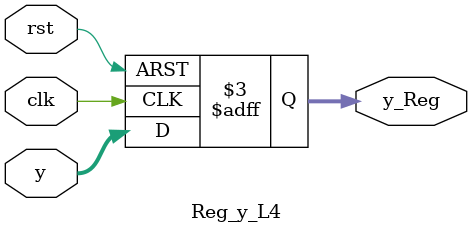
<source format=v>
module Reg_y_L4(y_Reg,clk,rst,y);
output reg [4:0] y_Reg;
input clk,rst;
input [4:0] y;

always @ (posedge clk or negedge rst)
	begin
		if (!rst ) 
			y_Reg<=0; 
		else  
			y_Reg<=y; 
	end
endmodule

</source>
